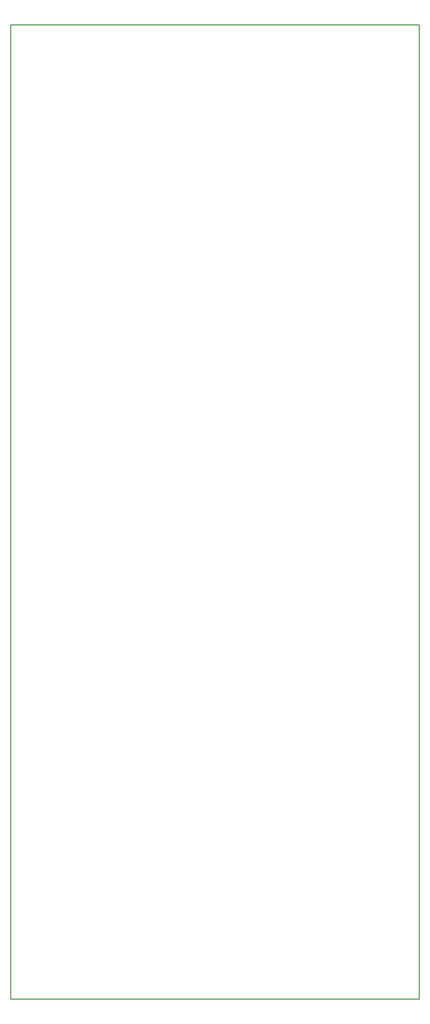
<source format=gbr>
%TF.GenerationSoftware,KiCad,Pcbnew,(6.0.8)*%
%TF.CreationDate,2022-11-03T00:23:32+01:00*%
%TF.ProjectId,crane,6372616e-652e-46b6-9963-61645f706362,rev?*%
%TF.SameCoordinates,Original*%
%TF.FileFunction,Other,User*%
%FSLAX46Y46*%
G04 Gerber Fmt 4.6, Leading zero omitted, Abs format (unit mm)*
G04 Created by KiCad (PCBNEW (6.0.8)) date 2022-11-03 00:23:32*
%MOMM*%
%LPD*%
G01*
G04 APERTURE LIST*
%ADD10C,0.150000*%
G04 APERTURE END LIST*
D10*
X114500000Y-87000000D02*
X185500000Y-87000000D01*
X185500000Y-87000000D02*
X185500000Y-256000000D01*
X185500000Y-256000000D02*
X114500000Y-256000000D01*
X114500000Y-256000000D02*
X114500000Y-87000000D01*
M02*

</source>
